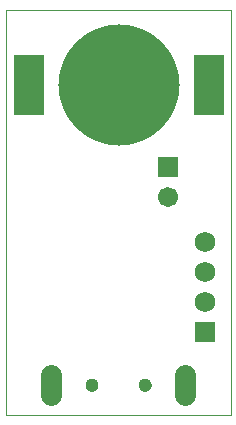
<source format=gbs>
G75*
%MOIN*%
%OFA0B0*%
%FSLAX25Y25*%
%IPPOS*%
%LPD*%
%AMOC8*
5,1,8,0,0,1.08239X$1,22.5*
%
%ADD10C,0.00000*%
%ADD11C,0.07000*%
%ADD12C,0.04337*%
%ADD13C,0.40400*%
%ADD14R,0.10400X0.20400*%
%ADD15R,0.06900X0.06900*%
%ADD16C,0.06900*%
%ADD17R,0.06699X0.06699*%
%ADD18C,0.06699*%
D10*
X0035145Y0060631D02*
X0035145Y0195631D01*
X0110145Y0195631D01*
X0110145Y0060631D01*
X0035145Y0060631D01*
X0061817Y0070631D02*
X0061819Y0070719D01*
X0061825Y0070807D01*
X0061835Y0070895D01*
X0061849Y0070983D01*
X0061866Y0071069D01*
X0061888Y0071155D01*
X0061913Y0071239D01*
X0061943Y0071323D01*
X0061975Y0071405D01*
X0062012Y0071485D01*
X0062052Y0071564D01*
X0062096Y0071641D01*
X0062143Y0071716D01*
X0062193Y0071788D01*
X0062247Y0071859D01*
X0062303Y0071926D01*
X0062363Y0071992D01*
X0062425Y0072054D01*
X0062491Y0072114D01*
X0062558Y0072170D01*
X0062629Y0072224D01*
X0062701Y0072274D01*
X0062776Y0072321D01*
X0062853Y0072365D01*
X0062932Y0072405D01*
X0063012Y0072442D01*
X0063094Y0072474D01*
X0063178Y0072504D01*
X0063262Y0072529D01*
X0063348Y0072551D01*
X0063434Y0072568D01*
X0063522Y0072582D01*
X0063610Y0072592D01*
X0063698Y0072598D01*
X0063786Y0072600D01*
X0063874Y0072598D01*
X0063962Y0072592D01*
X0064050Y0072582D01*
X0064138Y0072568D01*
X0064224Y0072551D01*
X0064310Y0072529D01*
X0064394Y0072504D01*
X0064478Y0072474D01*
X0064560Y0072442D01*
X0064640Y0072405D01*
X0064719Y0072365D01*
X0064796Y0072321D01*
X0064871Y0072274D01*
X0064943Y0072224D01*
X0065014Y0072170D01*
X0065081Y0072114D01*
X0065147Y0072054D01*
X0065209Y0071992D01*
X0065269Y0071926D01*
X0065325Y0071859D01*
X0065379Y0071788D01*
X0065429Y0071716D01*
X0065476Y0071641D01*
X0065520Y0071564D01*
X0065560Y0071485D01*
X0065597Y0071405D01*
X0065629Y0071323D01*
X0065659Y0071239D01*
X0065684Y0071155D01*
X0065706Y0071069D01*
X0065723Y0070983D01*
X0065737Y0070895D01*
X0065747Y0070807D01*
X0065753Y0070719D01*
X0065755Y0070631D01*
X0065753Y0070543D01*
X0065747Y0070455D01*
X0065737Y0070367D01*
X0065723Y0070279D01*
X0065706Y0070193D01*
X0065684Y0070107D01*
X0065659Y0070023D01*
X0065629Y0069939D01*
X0065597Y0069857D01*
X0065560Y0069777D01*
X0065520Y0069698D01*
X0065476Y0069621D01*
X0065429Y0069546D01*
X0065379Y0069474D01*
X0065325Y0069403D01*
X0065269Y0069336D01*
X0065209Y0069270D01*
X0065147Y0069208D01*
X0065081Y0069148D01*
X0065014Y0069092D01*
X0064943Y0069038D01*
X0064871Y0068988D01*
X0064796Y0068941D01*
X0064719Y0068897D01*
X0064640Y0068857D01*
X0064560Y0068820D01*
X0064478Y0068788D01*
X0064394Y0068758D01*
X0064310Y0068733D01*
X0064224Y0068711D01*
X0064138Y0068694D01*
X0064050Y0068680D01*
X0063962Y0068670D01*
X0063874Y0068664D01*
X0063786Y0068662D01*
X0063698Y0068664D01*
X0063610Y0068670D01*
X0063522Y0068680D01*
X0063434Y0068694D01*
X0063348Y0068711D01*
X0063262Y0068733D01*
X0063178Y0068758D01*
X0063094Y0068788D01*
X0063012Y0068820D01*
X0062932Y0068857D01*
X0062853Y0068897D01*
X0062776Y0068941D01*
X0062701Y0068988D01*
X0062629Y0069038D01*
X0062558Y0069092D01*
X0062491Y0069148D01*
X0062425Y0069208D01*
X0062363Y0069270D01*
X0062303Y0069336D01*
X0062247Y0069403D01*
X0062193Y0069474D01*
X0062143Y0069546D01*
X0062096Y0069621D01*
X0062052Y0069698D01*
X0062012Y0069777D01*
X0061975Y0069857D01*
X0061943Y0069939D01*
X0061913Y0070023D01*
X0061888Y0070107D01*
X0061866Y0070193D01*
X0061849Y0070279D01*
X0061835Y0070367D01*
X0061825Y0070455D01*
X0061819Y0070543D01*
X0061817Y0070631D01*
X0079534Y0070631D02*
X0079536Y0070719D01*
X0079542Y0070807D01*
X0079552Y0070895D01*
X0079566Y0070983D01*
X0079583Y0071069D01*
X0079605Y0071155D01*
X0079630Y0071239D01*
X0079660Y0071323D01*
X0079692Y0071405D01*
X0079729Y0071485D01*
X0079769Y0071564D01*
X0079813Y0071641D01*
X0079860Y0071716D01*
X0079910Y0071788D01*
X0079964Y0071859D01*
X0080020Y0071926D01*
X0080080Y0071992D01*
X0080142Y0072054D01*
X0080208Y0072114D01*
X0080275Y0072170D01*
X0080346Y0072224D01*
X0080418Y0072274D01*
X0080493Y0072321D01*
X0080570Y0072365D01*
X0080649Y0072405D01*
X0080729Y0072442D01*
X0080811Y0072474D01*
X0080895Y0072504D01*
X0080979Y0072529D01*
X0081065Y0072551D01*
X0081151Y0072568D01*
X0081239Y0072582D01*
X0081327Y0072592D01*
X0081415Y0072598D01*
X0081503Y0072600D01*
X0081591Y0072598D01*
X0081679Y0072592D01*
X0081767Y0072582D01*
X0081855Y0072568D01*
X0081941Y0072551D01*
X0082027Y0072529D01*
X0082111Y0072504D01*
X0082195Y0072474D01*
X0082277Y0072442D01*
X0082357Y0072405D01*
X0082436Y0072365D01*
X0082513Y0072321D01*
X0082588Y0072274D01*
X0082660Y0072224D01*
X0082731Y0072170D01*
X0082798Y0072114D01*
X0082864Y0072054D01*
X0082926Y0071992D01*
X0082986Y0071926D01*
X0083042Y0071859D01*
X0083096Y0071788D01*
X0083146Y0071716D01*
X0083193Y0071641D01*
X0083237Y0071564D01*
X0083277Y0071485D01*
X0083314Y0071405D01*
X0083346Y0071323D01*
X0083376Y0071239D01*
X0083401Y0071155D01*
X0083423Y0071069D01*
X0083440Y0070983D01*
X0083454Y0070895D01*
X0083464Y0070807D01*
X0083470Y0070719D01*
X0083472Y0070631D01*
X0083470Y0070543D01*
X0083464Y0070455D01*
X0083454Y0070367D01*
X0083440Y0070279D01*
X0083423Y0070193D01*
X0083401Y0070107D01*
X0083376Y0070023D01*
X0083346Y0069939D01*
X0083314Y0069857D01*
X0083277Y0069777D01*
X0083237Y0069698D01*
X0083193Y0069621D01*
X0083146Y0069546D01*
X0083096Y0069474D01*
X0083042Y0069403D01*
X0082986Y0069336D01*
X0082926Y0069270D01*
X0082864Y0069208D01*
X0082798Y0069148D01*
X0082731Y0069092D01*
X0082660Y0069038D01*
X0082588Y0068988D01*
X0082513Y0068941D01*
X0082436Y0068897D01*
X0082357Y0068857D01*
X0082277Y0068820D01*
X0082195Y0068788D01*
X0082111Y0068758D01*
X0082027Y0068733D01*
X0081941Y0068711D01*
X0081855Y0068694D01*
X0081767Y0068680D01*
X0081679Y0068670D01*
X0081591Y0068664D01*
X0081503Y0068662D01*
X0081415Y0068664D01*
X0081327Y0068670D01*
X0081239Y0068680D01*
X0081151Y0068694D01*
X0081065Y0068711D01*
X0080979Y0068733D01*
X0080895Y0068758D01*
X0080811Y0068788D01*
X0080729Y0068820D01*
X0080649Y0068857D01*
X0080570Y0068897D01*
X0080493Y0068941D01*
X0080418Y0068988D01*
X0080346Y0069038D01*
X0080275Y0069092D01*
X0080208Y0069148D01*
X0080142Y0069208D01*
X0080080Y0069270D01*
X0080020Y0069336D01*
X0079964Y0069403D01*
X0079910Y0069474D01*
X0079860Y0069546D01*
X0079813Y0069621D01*
X0079769Y0069698D01*
X0079729Y0069777D01*
X0079692Y0069857D01*
X0079660Y0069939D01*
X0079630Y0070023D01*
X0079605Y0070107D01*
X0079583Y0070193D01*
X0079566Y0070279D01*
X0079552Y0070367D01*
X0079542Y0070455D01*
X0079536Y0070543D01*
X0079534Y0070631D01*
D11*
X0095086Y0067331D02*
X0095086Y0073931D01*
X0050204Y0073931D02*
X0050204Y0067331D01*
D12*
X0063786Y0070631D03*
X0081503Y0070631D03*
D13*
X0072895Y0170631D03*
D14*
X0042895Y0170631D03*
X0102895Y0170631D03*
D15*
X0101645Y0088131D03*
D16*
X0101645Y0098131D03*
X0101645Y0108131D03*
X0101645Y0118131D03*
D17*
X0089145Y0143131D03*
D18*
X0089145Y0133131D03*
M02*

</source>
